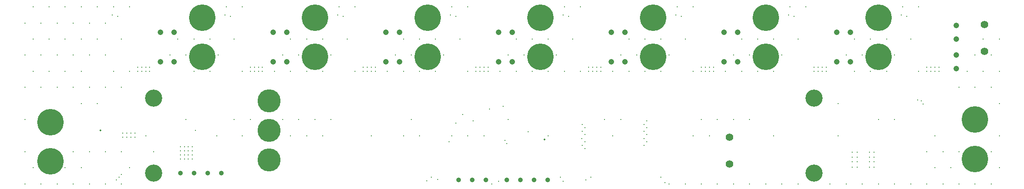
<source format=gbr>
%TF.GenerationSoftware,Altium Limited,Altium Designer,24.0.1 (36)*%
G04 Layer_Color=0*
%FSLAX45Y45*%
%MOMM*%
%TF.SameCoordinates,2C358838-E96C-4A59-A5A0-E9FE71613952*%
%TF.FilePolarity,Positive*%
%TF.FileFunction,Plated,1,4,PTH,Drill*%
%TF.Part,Single*%
G01*
G75*
%TA.AperFunction,ComponentDrill*%
%ADD86C,1.40000*%
%ADD87C,0.90000*%
%ADD88C,4.95000*%
%ADD89C,1.05000*%
%ADD90C,4.30000*%
%TA.AperFunction,OtherDrill,Pad Free-13 (51mm,43mm)*%
%ADD91C,3.20000*%
%TA.AperFunction,OtherDrill,Pad Free-13 (51mm,29mm)*%
%ADD92C,3.20000*%
%TA.AperFunction,OtherDrill,Pad Free-13 (174mm,29mm)*%
%ADD93C,3.20000*%
%TA.AperFunction,OtherDrill,Pad Free-13 (174mm,43mm)*%
%ADD94C,3.20000*%
%TA.AperFunction,ComponentDrill*%
%ADD95C,1.05000*%
%TA.AperFunction,ViaDrill,NotFilled*%
%ADD96C,0.20000*%
%ADD97C,0.35000*%
%ADD98C,0.30000*%
D86*
X20575000Y5175000D02*
D03*
Y5675000D02*
D03*
X15825000Y3575000D02*
D03*
Y3075000D02*
D03*
D87*
X10775000Y2775000D02*
D03*
X11029000D02*
D03*
X11283000D02*
D03*
X11675000D02*
D03*
X11929000D02*
D03*
X12183000D02*
D03*
X12437000D02*
D03*
X6362000Y2900000D02*
D03*
X6108000D02*
D03*
X5854000D02*
D03*
X5600000D02*
D03*
D88*
X20400000Y3168480D02*
D03*
Y3900000D02*
D03*
X6000000Y5068480D02*
D03*
Y5800000D02*
D03*
X16500000D02*
D03*
Y5068480D02*
D03*
X18600000Y5800000D02*
D03*
Y5068480D02*
D03*
X14400000Y5800000D02*
D03*
Y5068480D02*
D03*
X10200000Y5800000D02*
D03*
Y5068480D02*
D03*
X12300000Y5800000D02*
D03*
Y5068480D02*
D03*
X8100000Y5800000D02*
D03*
Y5068480D02*
D03*
X3175000Y3850000D02*
D03*
Y3118480D02*
D03*
D89*
X15977000Y4975000D02*
D03*
X15723000D02*
D03*
X15977000Y5525000D02*
D03*
X15723000D02*
D03*
X13877000Y4975000D02*
D03*
X13623000D02*
D03*
X13877000Y5525000D02*
D03*
X13623000D02*
D03*
X11777000Y4975000D02*
D03*
X11523000D02*
D03*
X11777000Y5525000D02*
D03*
X11523000D02*
D03*
X9677000Y4975000D02*
D03*
X9423000D02*
D03*
X9677000Y5525000D02*
D03*
X9423000D02*
D03*
X7577000Y4975000D02*
D03*
X7323000D02*
D03*
X7577000Y5525000D02*
D03*
X7323000D02*
D03*
X5477000Y4975000D02*
D03*
X5223000D02*
D03*
X5477000Y5525000D02*
D03*
X5223000D02*
D03*
X17823000Y4975000D02*
D03*
X18077000D02*
D03*
X17823000Y5525000D02*
D03*
X18077000D02*
D03*
D90*
X7250000Y3700000D02*
D03*
Y4250000D02*
D03*
Y3150000D02*
D03*
D91*
X5100000Y4300000D02*
D03*
D92*
Y2900000D02*
D03*
D93*
X17400000D02*
D03*
D94*
Y4300000D02*
D03*
D95*
X20050000Y4848000D02*
D03*
Y5102000D02*
D03*
Y5652000D02*
D03*
Y5398000D02*
D03*
D96*
X20849994Y5399998D02*
D03*
X20699994Y5099998D02*
D03*
X20849994Y4799999D02*
D03*
X20699994Y4499999D02*
D03*
X20849994Y4199999D02*
D03*
Y3599999D02*
D03*
X20699994Y3299999D02*
D03*
X20849994Y2999999D02*
D03*
X20699994Y2699999D02*
D03*
X20549994Y5399998D02*
D03*
X20399994Y5099998D02*
D03*
X20549994Y4799999D02*
D03*
X20399994Y4499999D02*
D03*
Y2699999D02*
D03*
X20249994Y4799999D02*
D03*
X20099994Y4499999D02*
D03*
Y3299999D02*
D03*
Y2699999D02*
D03*
X19799994Y3299999D02*
D03*
X19949994Y2999999D02*
D03*
X19799994Y2699999D02*
D03*
X19649994Y3599999D02*
D03*
X19499994Y3299999D02*
D03*
X19649994Y2999999D02*
D03*
X19499994Y2699999D02*
D03*
X19349994Y5999998D02*
D03*
Y4799999D02*
D03*
X19199994Y2699999D02*
D03*
X19049994Y5999998D02*
D03*
X18899994Y5099998D02*
D03*
Y3899999D02*
D03*
Y2699999D02*
D03*
X18749994Y5399998D02*
D03*
Y4799999D02*
D03*
X18599994Y3899999D02*
D03*
Y2699999D02*
D03*
X18449994Y5399998D02*
D03*
X18299994Y5099998D02*
D03*
X18449994Y4799999D02*
D03*
X18299994Y2699999D02*
D03*
X18149994Y5399998D02*
D03*
X17999994Y5099998D02*
D03*
X18149994Y4799999D02*
D03*
X17999994Y2699999D02*
D03*
X17849995Y4199999D02*
D03*
Y3599999D02*
D03*
X17699995Y2699999D02*
D03*
X17249995Y5999998D02*
D03*
X17099995Y2699999D02*
D03*
X16949995Y5999998D02*
D03*
X16799995Y5099998D02*
D03*
Y2699999D02*
D03*
X16649995Y5399998D02*
D03*
Y4799999D02*
D03*
Y3599999D02*
D03*
X16499995Y2699999D02*
D03*
X16349995Y5399998D02*
D03*
X16199995Y5099998D02*
D03*
X16349995Y4799999D02*
D03*
X16199995Y3899999D02*
D03*
Y2699999D02*
D03*
X16049995Y5399998D02*
D03*
X15899995Y5099998D02*
D03*
X16049995Y4799999D02*
D03*
X15899995Y3899999D02*
D03*
Y2699999D02*
D03*
X15749995Y4799999D02*
D03*
X15599995Y3899999D02*
D03*
Y2699999D02*
D03*
X15299995Y3899999D02*
D03*
X15449995Y3599999D02*
D03*
X15299995Y2699999D02*
D03*
X15149995Y5999998D02*
D03*
Y4799999D02*
D03*
Y3599999D02*
D03*
X14999995Y2699999D02*
D03*
X14849995Y5999998D02*
D03*
X14699995Y5099998D02*
D03*
Y2699999D02*
D03*
X14549995Y5399998D02*
D03*
Y4799999D02*
D03*
X14249995Y5399998D02*
D03*
X14099995Y5099998D02*
D03*
X14249995Y4799999D02*
D03*
X13949995Y5399998D02*
D03*
X13799995Y5099998D02*
D03*
X13949995Y4799999D02*
D03*
X13799995Y3899999D02*
D03*
X13649995Y4799999D02*
D03*
X13499995Y3899999D02*
D03*
X13649995Y3599999D02*
D03*
X13049995Y5999998D02*
D03*
Y4799999D02*
D03*
X12749996Y5999998D02*
D03*
X12599996Y5099998D02*
D03*
X12749996Y4799999D02*
D03*
X12449996Y5399998D02*
D03*
Y4799999D02*
D03*
Y3599999D02*
D03*
X12149996Y5399998D02*
D03*
X11999996Y5099998D02*
D03*
X12149996Y4799999D02*
D03*
X11849996Y5399998D02*
D03*
X11699996Y5099998D02*
D03*
X11849996Y4799999D02*
D03*
X11699996Y3899999D02*
D03*
X11549996Y4799999D02*
D03*
X11399997Y2699999D02*
D03*
X11249997Y3599999D02*
D03*
X10949997Y5999998D02*
D03*
Y4799999D02*
D03*
Y3599999D02*
D03*
X10649997Y5999998D02*
D03*
X10499997Y5099998D02*
D03*
X10649997Y3599999D02*
D03*
X10349997Y5399998D02*
D03*
Y4799999D02*
D03*
X10049997Y5399998D02*
D03*
X9899997Y5099998D02*
D03*
X10049997Y4799999D02*
D03*
X9899997Y3899999D02*
D03*
X10049997Y3599999D02*
D03*
X9749997Y5399998D02*
D03*
X9599997Y5099998D02*
D03*
X9749997Y4799999D02*
D03*
Y3599999D02*
D03*
X9449997Y4799999D02*
D03*
X9149997Y3599999D02*
D03*
X8849997Y5999998D02*
D03*
Y4799999D02*
D03*
X8549997Y5999998D02*
D03*
X8399997Y5099998D02*
D03*
Y3899999D02*
D03*
X8249997Y5399998D02*
D03*
Y4799999D02*
D03*
X8099998Y3899999D02*
D03*
X8249997Y3599999D02*
D03*
X7949998Y5399998D02*
D03*
X7799998Y5099998D02*
D03*
X7949998Y4799999D02*
D03*
X7799998Y3899999D02*
D03*
X7949998Y3599999D02*
D03*
X7649998Y5399998D02*
D03*
X7499998Y5099998D02*
D03*
X7649998Y4799999D02*
D03*
X7499998Y3899999D02*
D03*
X7649998Y3599999D02*
D03*
X7349998Y4799999D02*
D03*
X6899998Y3899999D02*
D03*
X6749998Y5999998D02*
D03*
Y4799999D02*
D03*
X6599998Y3899999D02*
D03*
X6749998Y3599999D02*
D03*
X6449998Y5999998D02*
D03*
X6299998Y5099998D02*
D03*
X6149998Y5399998D02*
D03*
Y4799999D02*
D03*
X5849998Y5399998D02*
D03*
X5699998Y5099998D02*
D03*
X5849998Y4799999D02*
D03*
X5699998Y3899999D02*
D03*
X5549998Y5399998D02*
D03*
X5399998Y5099998D02*
D03*
X5099998Y3299999D02*
D03*
X4949998Y3599999D02*
D03*
X4649999Y5999998D02*
D03*
Y4799999D02*
D03*
X4499999Y4499999D02*
D03*
Y3299999D02*
D03*
X4649999Y2999999D02*
D03*
X4499999Y2699999D02*
D03*
X4349999Y5999998D02*
D03*
X4199999Y5699998D02*
D03*
Y5099998D02*
D03*
X4349999Y4799999D02*
D03*
X4199999Y4499999D02*
D03*
Y3299999D02*
D03*
Y2699999D02*
D03*
X4049999Y5999998D02*
D03*
X3899999Y5699998D02*
D03*
X4049999Y5399998D02*
D03*
X3899999Y5099998D02*
D03*
Y4499999D02*
D03*
X4049999Y4199999D02*
D03*
X3899999Y3299999D02*
D03*
Y2699999D02*
D03*
X3749999Y5999998D02*
D03*
X3599999Y5699998D02*
D03*
X3749999Y5399998D02*
D03*
X3599999Y5099998D02*
D03*
X3749999Y4799999D02*
D03*
X3599999Y4499999D02*
D03*
X3749999Y4199999D02*
D03*
X3599999Y3299999D02*
D03*
X3749999Y2999999D02*
D03*
X3599999Y2699999D02*
D03*
X3449999Y5999998D02*
D03*
X3299999Y5699998D02*
D03*
X3449999Y5399998D02*
D03*
X3299999Y5099998D02*
D03*
X3449999Y4799999D02*
D03*
X3299999Y4499999D02*
D03*
X3449999Y2999999D02*
D03*
X3299999Y2699999D02*
D03*
X3149999Y5999998D02*
D03*
X2999999Y5699998D02*
D03*
X3149999Y5399998D02*
D03*
X2999999Y5099998D02*
D03*
X3149999Y4799999D02*
D03*
X2999999Y4499999D02*
D03*
Y2699999D02*
D03*
X2849999Y5999998D02*
D03*
X2699999Y5699998D02*
D03*
X2849999Y5399998D02*
D03*
X2699999Y5099998D02*
D03*
X2849999Y4799999D02*
D03*
X2699999Y4499999D02*
D03*
Y3899999D02*
D03*
Y3299999D02*
D03*
X2849999Y2999999D02*
D03*
X2699999Y2699999D02*
D03*
D97*
X4110000Y3700000D02*
D03*
X12375000Y3525000D02*
D03*
D98*
X13150000Y2775000D02*
D03*
X13200000Y4800000D02*
D03*
Y4875000D02*
D03*
X13275000Y4800000D02*
D03*
Y4875000D02*
D03*
X13350000Y4800000D02*
D03*
Y4875000D02*
D03*
X13425000Y4800000D02*
D03*
X19725000D02*
D03*
X19650000D02*
D03*
X19575000D02*
D03*
X19500000D02*
D03*
Y4875000D02*
D03*
X19575000D02*
D03*
X19650000D02*
D03*
X19725000D02*
D03*
X17625000Y4800000D02*
D03*
X17550000D02*
D03*
X17475000D02*
D03*
X17400000D02*
D03*
Y4875000D02*
D03*
X17475000D02*
D03*
X17550000D02*
D03*
X17625000D02*
D03*
X15525000Y4800000D02*
D03*
X15450000D02*
D03*
X15375000D02*
D03*
X15300000D02*
D03*
Y4875000D02*
D03*
X15375000D02*
D03*
X15450000D02*
D03*
X15525000D02*
D03*
X13425000D02*
D03*
X11325000Y4800000D02*
D03*
X11250000D02*
D03*
X11175000D02*
D03*
X11100000D02*
D03*
Y4875000D02*
D03*
X11175000D02*
D03*
X11250000D02*
D03*
X11325000D02*
D03*
X9225000Y4800000D02*
D03*
X9150000D02*
D03*
X9075000D02*
D03*
X9000000D02*
D03*
Y4875000D02*
D03*
X9075000D02*
D03*
X9150000D02*
D03*
X9225000D02*
D03*
X7125000Y4800000D02*
D03*
X7050000D02*
D03*
X6975000D02*
D03*
X6900000D02*
D03*
Y4875000D02*
D03*
X6975000D02*
D03*
X7050000D02*
D03*
X7125000D02*
D03*
X5025000Y4800000D02*
D03*
X4950000D02*
D03*
X4875000D02*
D03*
X4800000D02*
D03*
Y4875000D02*
D03*
X4875000D02*
D03*
X4950000D02*
D03*
X5025000D02*
D03*
X12725000Y2750000D02*
D03*
X14550000Y2825000D02*
D03*
X14625000Y2725000D02*
D03*
X18430000Y3200000D02*
D03*
Y3110000D02*
D03*
Y3010000D02*
D03*
Y3290000D02*
D03*
X18520000Y3200000D02*
D03*
Y3290000D02*
D03*
Y3110000D02*
D03*
Y3010000D02*
D03*
X18200000Y3290000D02*
D03*
Y3200000D02*
D03*
Y3110000D02*
D03*
Y3010000D02*
D03*
X18110001D02*
D03*
Y3110000D02*
D03*
Y3200000D02*
D03*
Y3290000D02*
D03*
X5745000Y3390000D02*
D03*
X5820000D02*
D03*
Y3165000D02*
D03*
X5670000D02*
D03*
Y3390000D02*
D03*
X5745000Y3165000D02*
D03*
Y3240000D02*
D03*
X5595000Y3390000D02*
D03*
X5745000Y3315000D02*
D03*
X5670000Y3240000D02*
D03*
X5595000D02*
D03*
X5820000Y3315000D02*
D03*
X5670000D02*
D03*
X5595000Y3165000D02*
D03*
Y3315000D02*
D03*
X5820000Y3240000D02*
D03*
X11050141Y3877710D02*
D03*
X10853226Y3995741D02*
D03*
X10730000Y3830000D02*
D03*
X10190000Y2760000D02*
D03*
X10390000Y2780000D02*
D03*
X10270000Y2830000D02*
D03*
X19330661Y4262177D02*
D03*
X19400000Y4250000D02*
D03*
X13239999Y2830000D02*
D03*
X11675000Y3450000D02*
D03*
X11643516Y3512968D02*
D03*
X10600000Y3490000D02*
D03*
X14280000Y3880000D02*
D03*
Y3750000D02*
D03*
X14230000Y3810000D02*
D03*
X13080000D02*
D03*
X13070000Y3550000D02*
D03*
X13080000Y3420000D02*
D03*
X13130000Y3360000D02*
D03*
Y3620000D02*
D03*
X13080000Y3680000D02*
D03*
X13130000Y3750000D02*
D03*
X14230000Y3680000D02*
D03*
X13130000Y3490000D02*
D03*
X14280000Y3620000D02*
D03*
X11525000Y2750000D02*
D03*
X12671138Y2826931D02*
D03*
X5875000Y3700000D02*
D03*
X6275000Y3600000D02*
D03*
X12075000Y3675000D02*
D03*
X11611858Y4150767D02*
D03*
X11354567Y4092356D02*
D03*
X14230000Y3550000D02*
D03*
Y3420000D02*
D03*
X14280000Y3490000D02*
D03*
X19431483Y4187033D02*
D03*
X4450000Y2825000D02*
D03*
X4500000Y2875000D02*
D03*
X4400000Y2775000D02*
D03*
X19200000Y5400000D02*
D03*
X17100000D02*
D03*
X15000000D02*
D03*
X12900000D02*
D03*
X10800000D02*
D03*
X8700000D02*
D03*
X6600000D02*
D03*
X4500000D02*
D03*
X4325000Y5850000D02*
D03*
X4425679Y5827022D02*
D03*
X6425000Y5850000D02*
D03*
X6525679Y5827022D02*
D03*
X8525000Y5850000D02*
D03*
X8625679Y5827022D02*
D03*
X10625000Y5850000D02*
D03*
X10725679Y5827022D02*
D03*
X12725000Y5850000D02*
D03*
X12825679Y5827022D02*
D03*
X14825000Y5850000D02*
D03*
X14925679Y5827022D02*
D03*
X16925000Y5850000D02*
D03*
X17025679Y5827022D02*
D03*
X19125679D02*
D03*
X19025000Y5850000D02*
D03*
X4750000Y3650000D02*
D03*
X4675000D02*
D03*
X4600000D02*
D03*
X4525000D02*
D03*
Y3575000D02*
D03*
X4600000D02*
D03*
X4675000D02*
D03*
X4750000D02*
D03*
%TF.MD5,6860770cfa840a2603eee9d124f43c4c*%
M02*

</source>
